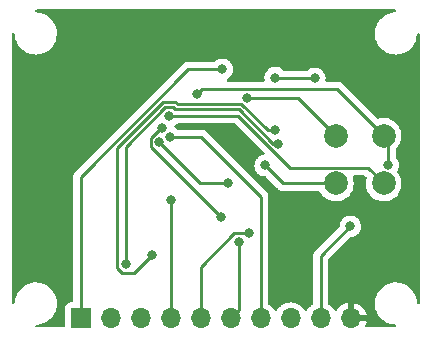
<source format=gbl>
G04 #@! TF.GenerationSoftware,KiCad,Pcbnew,(5.99.0-6951-g72beaf1538)*
G04 #@! TF.CreationDate,2020-12-10T21:20:36+11:00*
G04 #@! TF.ProjectId,MCP39F511_Breakout,4d435033-3946-4353-9131-5f427265616b,rev?*
G04 #@! TF.SameCoordinates,Original*
G04 #@! TF.FileFunction,Copper,L2,Bot*
G04 #@! TF.FilePolarity,Positive*
%FSLAX46Y46*%
G04 Gerber Fmt 4.6, Leading zero omitted, Abs format (unit mm)*
G04 Created by KiCad (PCBNEW (5.99.0-6951-g72beaf1538)) date 2020-12-10 21:20:36*
%MOMM*%
%LPD*%
G01*
G04 APERTURE LIST*
G04 #@! TA.AperFunction,ComponentPad*
%ADD10R,1.700000X1.700000*%
G04 #@! TD*
G04 #@! TA.AperFunction,ComponentPad*
%ADD11O,1.700000X1.700000*%
G04 #@! TD*
G04 #@! TA.AperFunction,SMDPad,CuDef*
%ADD12C,2.000000*%
G04 #@! TD*
G04 #@! TA.AperFunction,ViaPad*
%ADD13C,0.800000*%
G04 #@! TD*
G04 #@! TA.AperFunction,Conductor*
%ADD14C,0.250000*%
G04 #@! TD*
G04 APERTURE END LIST*
D10*
X116840000Y-116840000D03*
D11*
X119380000Y-116840000D03*
X121920000Y-116840000D03*
X124460000Y-116840000D03*
X127000000Y-116840000D03*
X129540000Y-116840000D03*
X132080000Y-116840000D03*
X134620000Y-116840000D03*
X137160000Y-116840000D03*
X139700000Y-116840000D03*
D12*
X138430000Y-101360000D03*
X142480000Y-105410000D03*
X138430000Y-105410000D03*
X142480000Y-101360000D03*
D13*
X136652000Y-96520000D03*
X133305700Y-96437300D03*
X142881434Y-103861176D03*
X131053001Y-109599320D03*
X122883000Y-111478800D03*
X133325507Y-100909234D03*
X120661900Y-112242500D03*
X133533960Y-102028640D03*
X123759608Y-100693461D03*
X128729800Y-108278500D03*
X126668635Y-97831129D03*
X124333000Y-99695000D03*
X132461000Y-103886000D03*
X130921819Y-98143935D03*
X123471895Y-101888948D03*
X129322990Y-105348649D03*
X144780000Y-100330000D03*
X123190000Y-91440000D03*
X111760000Y-100330000D03*
X128270000Y-91440000D03*
X111760000Y-107950000D03*
X111760000Y-113030000D03*
X111760000Y-95250000D03*
X111760000Y-110490000D03*
X120650000Y-91440000D03*
X144780000Y-105410000D03*
X115570000Y-91440000D03*
X144780000Y-107950000D03*
X144780000Y-113030000D03*
X144780000Y-102870000D03*
X125730000Y-91440000D03*
X144780000Y-110490000D03*
X111760000Y-102870000D03*
X140970000Y-91440000D03*
X130810000Y-91440000D03*
X138430000Y-91440000D03*
X111760000Y-97790000D03*
X133350000Y-91440000D03*
X118110000Y-91440000D03*
X144780000Y-95250000D03*
X135890000Y-91440000D03*
X111760000Y-105410000D03*
X144780000Y-97790000D03*
X139660200Y-109030800D03*
X124382548Y-101475746D03*
X130276118Y-110324330D03*
X124460000Y-106781500D03*
X128821800Y-95750500D03*
D14*
X133388400Y-96520000D02*
X133305700Y-96437300D01*
X136652000Y-96520000D02*
X133388400Y-96520000D01*
X142881434Y-103861176D02*
X142881434Y-101733434D01*
X142881434Y-101733434D02*
X142494000Y-101346000D01*
X129852323Y-109599320D02*
X131053001Y-109599320D01*
X127000000Y-116840000D02*
X127000000Y-112451643D01*
X127000000Y-112451643D02*
X129852323Y-109599320D01*
X120358100Y-113012100D02*
X119927900Y-112581900D01*
X132662056Y-100909234D02*
X133325507Y-100909234D01*
X119927900Y-102390687D02*
X123798599Y-98519988D01*
X123798599Y-98519988D02*
X124867401Y-98519988D01*
X124867401Y-98519988D02*
X125015391Y-98667978D01*
X122883000Y-111478800D02*
X121349700Y-113012100D01*
X119927900Y-112581900D02*
X119927900Y-102390687D01*
X125015391Y-98667978D02*
X130420800Y-98667978D01*
X130420800Y-98667978D02*
X132662056Y-100909234D01*
X121349700Y-113012100D02*
X120358100Y-113012100D01*
X124681001Y-98969999D02*
X124828991Y-99117989D01*
X120661900Y-112242500D02*
X120661900Y-102293098D01*
X124828991Y-99117989D02*
X130234400Y-99117989D01*
X133145050Y-102028640D02*
X133533960Y-102028640D01*
X123984999Y-98969999D02*
X124681001Y-98969999D01*
X130234400Y-99117989D02*
X133145050Y-102028640D01*
X120661900Y-102293098D02*
X123984999Y-98969999D01*
X122746893Y-102295593D02*
X122746893Y-101557751D01*
X123611183Y-100693461D02*
X123759608Y-100693461D01*
X122746893Y-101557751D02*
X123611183Y-100693461D01*
X128729800Y-108278500D02*
X122746893Y-102295593D01*
X127080830Y-97418934D02*
X126668635Y-97831129D01*
X138538934Y-97418934D02*
X127080830Y-97418934D01*
X142480000Y-101360000D02*
X138538934Y-97418934D01*
X141154999Y-104084999D02*
X134564999Y-104084999D01*
X134564999Y-104084999D02*
X130175000Y-99695000D01*
X130175000Y-99695000D02*
X124333000Y-99695000D01*
X142480000Y-105410000D02*
X141154999Y-104084999D01*
X138430000Y-105410000D02*
X133985000Y-105410000D01*
X133985000Y-105410000D02*
X132461000Y-103886000D01*
X138430000Y-101360000D02*
X135213935Y-98143935D01*
X135213935Y-98143935D02*
X130921819Y-98143935D01*
X123471895Y-101888948D02*
X126931596Y-105348649D01*
X126931596Y-105348649D02*
X129322990Y-105348649D01*
X137160000Y-111531000D02*
X139660200Y-109030800D01*
X137160000Y-116840000D02*
X137160000Y-111531000D01*
X127030026Y-101475746D02*
X124382548Y-101475746D01*
X132080000Y-116840000D02*
X132080000Y-106525720D01*
X132080000Y-106525720D02*
X127030026Y-101475746D01*
X130276118Y-116103882D02*
X130276118Y-110324330D01*
X129540000Y-116840000D02*
X130276118Y-116103882D01*
X124460000Y-116840000D02*
X124460000Y-106781500D01*
X125931676Y-95750500D02*
X116840000Y-104842176D01*
X128821800Y-95750500D02*
X125931676Y-95750500D01*
X116840000Y-104842176D02*
X116840000Y-116840000D01*
G04 #@! TA.AperFunction,Conductor*
G36*
X143449160Y-90679782D02*
G01*
X143453413Y-90680505D01*
X143517218Y-90711641D01*
X143554061Y-90772329D01*
X143552244Y-90843303D01*
X143512345Y-90902027D01*
X143447031Y-90929858D01*
X143430647Y-90930712D01*
X143405828Y-90930387D01*
X143405825Y-90930387D01*
X143401150Y-90930326D01*
X143139293Y-90965963D01*
X143134807Y-90967271D01*
X143134805Y-90967271D01*
X143099069Y-90977687D01*
X142885580Y-91039913D01*
X142645584Y-91150553D01*
X142641675Y-91153116D01*
X142428491Y-91292885D01*
X142428486Y-91292889D01*
X142424578Y-91295451D01*
X142421086Y-91298568D01*
X142241399Y-91458945D01*
X142227417Y-91471424D01*
X142196090Y-91509091D01*
X142070126Y-91660547D01*
X142058432Y-91674607D01*
X141921335Y-91900535D01*
X141919526Y-91904849D01*
X141919524Y-91904853D01*
X141898445Y-91955122D01*
X141819139Y-92144246D01*
X141754088Y-92400385D01*
X141727611Y-92663327D01*
X141727835Y-92667993D01*
X141727835Y-92667998D01*
X141732046Y-92755649D01*
X141733832Y-92792836D01*
X141740290Y-92927293D01*
X141791847Y-93186486D01*
X141881148Y-93435211D01*
X142006233Y-93668005D01*
X142009028Y-93671748D01*
X142009030Y-93671751D01*
X142161561Y-93876015D01*
X142161566Y-93876021D01*
X142164353Y-93879753D01*
X142167662Y-93883033D01*
X142167667Y-93883039D01*
X142348717Y-94062516D01*
X142352034Y-94065804D01*
X142355796Y-94068562D01*
X142355799Y-94068565D01*
X142466111Y-94149449D01*
X142565154Y-94222070D01*
X142569297Y-94224250D01*
X142569299Y-94224251D01*
X142794880Y-94342935D01*
X142794885Y-94342937D01*
X142799030Y-94345118D01*
X142803453Y-94346663D01*
X142803454Y-94346663D01*
X142944333Y-94395860D01*
X143048526Y-94432246D01*
X143053119Y-94433118D01*
X143303570Y-94480668D01*
X143303573Y-94480668D01*
X143308159Y-94481539D01*
X143433654Y-94486470D01*
X143567558Y-94491731D01*
X143567563Y-94491731D01*
X143572226Y-94491914D01*
X143674914Y-94480668D01*
X143830273Y-94463654D01*
X143830279Y-94463653D01*
X143834926Y-94463144D01*
X143839450Y-94461953D01*
X144085965Y-94397051D01*
X144085967Y-94397050D01*
X144090488Y-94395860D01*
X144204997Y-94346663D01*
X144329004Y-94293385D01*
X144329006Y-94293384D01*
X144333298Y-94291540D01*
X144558021Y-94152477D01*
X144759721Y-93981726D01*
X144933967Y-93783036D01*
X145076931Y-93560774D01*
X145185472Y-93319822D01*
X145224368Y-93181909D01*
X145255936Y-93069977D01*
X145255937Y-93069974D01*
X145257206Y-93065473D01*
X145259367Y-93048486D01*
X145290158Y-92806446D01*
X145290158Y-92806440D01*
X145290556Y-92803315D01*
X145290559Y-92803203D01*
X145315506Y-92737313D01*
X145372552Y-92695048D01*
X145443392Y-92690333D01*
X145505535Y-92724666D01*
X145539251Y-92787146D01*
X145542000Y-92813320D01*
X145542001Y-115488037D01*
X145540219Y-115509151D01*
X145538310Y-115520382D01*
X145507176Y-115584188D01*
X145446488Y-115621032D01*
X145375515Y-115619217D01*
X145316789Y-115579319D01*
X145288439Y-115508606D01*
X145273763Y-115311122D01*
X145273761Y-115311105D01*
X145273415Y-115306456D01*
X145215091Y-115048701D01*
X145213398Y-115044347D01*
X145121003Y-114806752D01*
X145121002Y-114806749D01*
X145119310Y-114802399D01*
X144988174Y-114572959D01*
X144824565Y-114365423D01*
X144632078Y-114184349D01*
X144414941Y-114033715D01*
X144410748Y-114031647D01*
X144182112Y-113918896D01*
X144182109Y-113918895D01*
X144177924Y-113916831D01*
X144131199Y-113901874D01*
X143930678Y-113837687D01*
X143930680Y-113837687D01*
X143926233Y-113836264D01*
X143783236Y-113812976D01*
X143670011Y-113794536D01*
X143670010Y-113794536D01*
X143665399Y-113793785D01*
X143533275Y-113792056D01*
X143405827Y-113790387D01*
X143405824Y-113790387D01*
X143401150Y-113790326D01*
X143139293Y-113825963D01*
X143134807Y-113827271D01*
X143134805Y-113827271D01*
X143099069Y-113837687D01*
X142885580Y-113899913D01*
X142645584Y-114010553D01*
X142641675Y-114013116D01*
X142428491Y-114152885D01*
X142428486Y-114152889D01*
X142424578Y-114155451D01*
X142227417Y-114331424D01*
X142058432Y-114534607D01*
X141921335Y-114760535D01*
X141919526Y-114764849D01*
X141919524Y-114764853D01*
X141898445Y-114815122D01*
X141819139Y-115004246D01*
X141754088Y-115260385D01*
X141727611Y-115523327D01*
X141727835Y-115527993D01*
X141727835Y-115527998D01*
X141731793Y-115610398D01*
X141733832Y-115652836D01*
X141740290Y-115787293D01*
X141791847Y-116046486D01*
X141881148Y-116295211D01*
X142006233Y-116528005D01*
X142009028Y-116531748D01*
X142009030Y-116531751D01*
X142161561Y-116736015D01*
X142161566Y-116736021D01*
X142164353Y-116739753D01*
X142167662Y-116743033D01*
X142167667Y-116743039D01*
X142348717Y-116922516D01*
X142352034Y-116925804D01*
X142355796Y-116928562D01*
X142355799Y-116928565D01*
X142459239Y-117004410D01*
X142565154Y-117082070D01*
X142569297Y-117084250D01*
X142569299Y-117084251D01*
X142794880Y-117202935D01*
X142794885Y-117202937D01*
X142799030Y-117205118D01*
X142803453Y-117206663D01*
X142803454Y-117206663D01*
X142944333Y-117255860D01*
X143048526Y-117292246D01*
X143053119Y-117293118D01*
X143303570Y-117340668D01*
X143303573Y-117340668D01*
X143308159Y-117341539D01*
X143452916Y-117347226D01*
X143520198Y-117369887D01*
X143564549Y-117425326D01*
X143571886Y-117495943D01*
X143539881Y-117559316D01*
X143478694Y-117595325D01*
X143467569Y-117597595D01*
X143449337Y-117600466D01*
X143429737Y-117602000D01*
X141040938Y-117602000D01*
X140972817Y-117581998D01*
X140926324Y-117528342D01*
X140916220Y-117458068D01*
X140927071Y-117422054D01*
X140974399Y-117322156D01*
X140978123Y-117312197D01*
X141035968Y-117105718D01*
X141034430Y-117097351D01*
X141022137Y-117094000D01*
X139954002Y-117093999D01*
X139953996Y-117094000D01*
X139572000Y-117093999D01*
X139503879Y-117073997D01*
X139457386Y-117020341D01*
X139446000Y-116967999D01*
X139446000Y-116567885D01*
X139953999Y-116567885D01*
X139958474Y-116583124D01*
X139959864Y-116584329D01*
X139967547Y-116586000D01*
X141019079Y-116586001D01*
X141032610Y-116582028D01*
X141033876Y-116573219D01*
X140986954Y-116392433D01*
X140983419Y-116382395D01*
X140893147Y-116181998D01*
X140887967Y-116172692D01*
X140765218Y-115990366D01*
X140758557Y-115982080D01*
X140606830Y-115823030D01*
X140598873Y-115815990D01*
X140422523Y-115684782D01*
X140413486Y-115679178D01*
X140217550Y-115579559D01*
X140207699Y-115575559D01*
X139997778Y-115510378D01*
X139987396Y-115508095D01*
X139971959Y-115506049D01*
X139957792Y-115508246D01*
X139954000Y-115521430D01*
X139953999Y-116567885D01*
X139446000Y-116567885D01*
X139446001Y-115523716D01*
X139442028Y-115510185D01*
X139431421Y-115508660D01*
X139313555Y-115533391D01*
X139303358Y-115536451D01*
X139098932Y-115617182D01*
X139089396Y-115621916D01*
X138901486Y-115735942D01*
X138892896Y-115742206D01*
X138726884Y-115886264D01*
X138719464Y-115893895D01*
X138580100Y-116063860D01*
X138574079Y-116072622D01*
X138540427Y-116131739D01*
X138489344Y-116181045D01*
X138419714Y-116194906D01*
X138353643Y-116168922D01*
X138326405Y-116139773D01*
X138260519Y-116041909D01*
X138222627Y-115985626D01*
X138160820Y-115920835D01*
X138117845Y-115875786D01*
X138063482Y-115818799D01*
X137878504Y-115681171D01*
X137873747Y-115678752D01*
X137873743Y-115678750D01*
X137862394Y-115672980D01*
X137810737Y-115624276D01*
X137793500Y-115560664D01*
X137793500Y-111845594D01*
X137813502Y-111777473D01*
X137830405Y-111756499D01*
X139610704Y-109976201D01*
X139673016Y-109942175D01*
X139699799Y-109939296D01*
X139755687Y-109939296D01*
X139762139Y-109937924D01*
X139762144Y-109937924D01*
X139849087Y-109919443D01*
X139942487Y-109899590D01*
X139948518Y-109896905D01*
X140110920Y-109824599D01*
X140110922Y-109824598D01*
X140116950Y-109821914D01*
X140122292Y-109818033D01*
X140266107Y-109713546D01*
X140266109Y-109713544D01*
X140271451Y-109709663D01*
X140399237Y-109567742D01*
X140494724Y-109402354D01*
X140553738Y-109220727D01*
X140557428Y-109185624D01*
X140573010Y-109037365D01*
X140573700Y-109030800D01*
X140568349Y-108979888D01*
X140554428Y-108847437D01*
X140554428Y-108847436D01*
X140553738Y-108840873D01*
X140545886Y-108816705D01*
X140518758Y-108733215D01*
X140494724Y-108659246D01*
X140399237Y-108493858D01*
X140381993Y-108474706D01*
X140275873Y-108356848D01*
X140275872Y-108356847D01*
X140271451Y-108351937D01*
X140266109Y-108348056D01*
X140266107Y-108348054D01*
X140122292Y-108243567D01*
X140122291Y-108243566D01*
X140116950Y-108239686D01*
X140110922Y-108237002D01*
X140110920Y-108237001D01*
X139948518Y-108164695D01*
X139948517Y-108164695D01*
X139942487Y-108162010D01*
X139849087Y-108142157D01*
X139762144Y-108123676D01*
X139762139Y-108123676D01*
X139755687Y-108122304D01*
X139564713Y-108122304D01*
X139558261Y-108123676D01*
X139558256Y-108123676D01*
X139471313Y-108142157D01*
X139377913Y-108162010D01*
X139371883Y-108164695D01*
X139371882Y-108164695D01*
X139209480Y-108237001D01*
X139209478Y-108237002D01*
X139203450Y-108239686D01*
X139198109Y-108243566D01*
X139198108Y-108243567D01*
X139054293Y-108348054D01*
X139054291Y-108348056D01*
X139048949Y-108351937D01*
X139044528Y-108356847D01*
X139044527Y-108356848D01*
X138938408Y-108474706D01*
X138921163Y-108493858D01*
X138825676Y-108659246D01*
X138801642Y-108733215D01*
X138774515Y-108816705D01*
X138766662Y-108840873D01*
X138765972Y-108847436D01*
X138765972Y-108847437D01*
X138749297Y-109006090D01*
X138722284Y-109071746D01*
X138713082Y-109082014D01*
X136767478Y-111027618D01*
X136759400Y-111034969D01*
X136753006Y-111039027D01*
X136747579Y-111044806D01*
X136747578Y-111044807D01*
X136707148Y-111087861D01*
X136704393Y-111090703D01*
X136684062Y-111111034D01*
X136681628Y-111114171D01*
X136681626Y-111114174D01*
X136681403Y-111114461D01*
X136673707Y-111123471D01*
X136650251Y-111148450D01*
X136643444Y-111155699D01*
X136639628Y-111162640D01*
X136639626Y-111162643D01*
X136633688Y-111173445D01*
X136622834Y-111189968D01*
X136615278Y-111199710D01*
X136610417Y-111205977D01*
X136607269Y-111213252D01*
X136592859Y-111246551D01*
X136587637Y-111257211D01*
X136570231Y-111288873D01*
X136566339Y-111295952D01*
X136561301Y-111315572D01*
X136554902Y-111334264D01*
X136546853Y-111352865D01*
X136545613Y-111360692D01*
X136545613Y-111360693D01*
X136539937Y-111396531D01*
X136537530Y-111408154D01*
X136526536Y-111450975D01*
X136526501Y-111451531D01*
X136526501Y-111471447D01*
X136524950Y-111491157D01*
X136521816Y-111510945D01*
X136522562Y-111518837D01*
X136525942Y-111554593D01*
X136526501Y-111566451D01*
X136526500Y-115564302D01*
X136506498Y-115632423D01*
X136465867Y-115672020D01*
X136356631Y-115738306D01*
X136352601Y-115741803D01*
X136226406Y-115851309D01*
X136182492Y-115889415D01*
X136179109Y-115893541D01*
X136179105Y-115893545D01*
X136144545Y-115935695D01*
X136036304Y-116067705D01*
X136033667Y-116072338D01*
X136033666Y-116072339D01*
X136000116Y-116131278D01*
X135949033Y-116180584D01*
X135879402Y-116194445D01*
X135813332Y-116168461D01*
X135786094Y-116139312D01*
X135780686Y-116131278D01*
X135685818Y-115990366D01*
X135685607Y-115990052D01*
X135685605Y-115990050D01*
X135682627Y-115985626D01*
X135620820Y-115920835D01*
X135577845Y-115875786D01*
X135523482Y-115818799D01*
X135338504Y-115681171D01*
X135333753Y-115678755D01*
X135333749Y-115678753D01*
X135137740Y-115579097D01*
X135137739Y-115579097D01*
X135132982Y-115576678D01*
X135011514Y-115538961D01*
X134917895Y-115509891D01*
X134917889Y-115509890D01*
X134912792Y-115508307D01*
X134807798Y-115494391D01*
X134689515Y-115478714D01*
X134689510Y-115478714D01*
X134684230Y-115478014D01*
X134678900Y-115478214D01*
X134678899Y-115478214D01*
X134585320Y-115481727D01*
X134453831Y-115486663D01*
X134389272Y-115500209D01*
X134233411Y-115532912D01*
X134233408Y-115532913D01*
X134228184Y-115534009D01*
X134013740Y-115618697D01*
X133816631Y-115738306D01*
X133812601Y-115741803D01*
X133686406Y-115851309D01*
X133642492Y-115889415D01*
X133639109Y-115893541D01*
X133639105Y-115893545D01*
X133604545Y-115935695D01*
X133496304Y-116067705D01*
X133493667Y-116072338D01*
X133493666Y-116072339D01*
X133460116Y-116131278D01*
X133409033Y-116180584D01*
X133339402Y-116194445D01*
X133273332Y-116168461D01*
X133246094Y-116139312D01*
X133240686Y-116131278D01*
X133145818Y-115990366D01*
X133145607Y-115990052D01*
X133145605Y-115990050D01*
X133142627Y-115985626D01*
X133080820Y-115920835D01*
X133037845Y-115875786D01*
X132983482Y-115818799D01*
X132798504Y-115681171D01*
X132793747Y-115678752D01*
X132793743Y-115678750D01*
X132782394Y-115672980D01*
X132730737Y-115624276D01*
X132713500Y-115560664D01*
X132713500Y-106604103D01*
X132714014Y-106593199D01*
X132715666Y-106585808D01*
X132713562Y-106518854D01*
X132713500Y-106514896D01*
X132713500Y-106486142D01*
X132712961Y-106481875D01*
X132712027Y-106470025D01*
X132710888Y-106433760D01*
X132710639Y-106425837D01*
X132704988Y-106406386D01*
X132700978Y-106387024D01*
X132699433Y-106374793D01*
X132698440Y-106366932D01*
X132682166Y-106325828D01*
X132678321Y-106314598D01*
X132668198Y-106279754D01*
X132668197Y-106279752D01*
X132665986Y-106272141D01*
X132655677Y-106254709D01*
X132646980Y-106236956D01*
X132642442Y-106225495D01*
X132639522Y-106218120D01*
X132613531Y-106182346D01*
X132607016Y-106172427D01*
X132587529Y-106139478D01*
X132587527Y-106139475D01*
X132584513Y-106134379D01*
X132584145Y-106133961D01*
X132570062Y-106119878D01*
X132557228Y-106104853D01*
X132545446Y-106088637D01*
X132511664Y-106060690D01*
X132502885Y-106052701D01*
X127533417Y-101083233D01*
X127526057Y-101075145D01*
X127521999Y-101068751D01*
X127473147Y-101022876D01*
X127470306Y-101020122D01*
X127449992Y-100999808D01*
X127446581Y-100997163D01*
X127437559Y-100989457D01*
X127436647Y-100988600D01*
X127405327Y-100959189D01*
X127398383Y-100955372D01*
X127398381Y-100955370D01*
X127387573Y-100949428D01*
X127371049Y-100938574D01*
X127361312Y-100931021D01*
X127361311Y-100931021D01*
X127355049Y-100926163D01*
X127347776Y-100923016D01*
X127347773Y-100923014D01*
X127315928Y-100909234D01*
X127314484Y-100908609D01*
X127303826Y-100903388D01*
X127272020Y-100885902D01*
X127272016Y-100885900D01*
X127265074Y-100882084D01*
X127257399Y-100880114D01*
X127257398Y-100880113D01*
X127245452Y-100877046D01*
X127226745Y-100870641D01*
X127215436Y-100865747D01*
X127215434Y-100865747D01*
X127208161Y-100862599D01*
X127200333Y-100861359D01*
X127200332Y-100861359D01*
X127164499Y-100855684D01*
X127152874Y-100853276D01*
X127115808Y-100843759D01*
X127115806Y-100843759D01*
X127110051Y-100842281D01*
X127109495Y-100842246D01*
X127089572Y-100842246D01*
X127069863Y-100840695D01*
X127050081Y-100837562D01*
X127028998Y-100839555D01*
X127006444Y-100841687D01*
X126994586Y-100842246D01*
X125090742Y-100842246D01*
X125022621Y-100822244D01*
X125003397Y-100805904D01*
X125003123Y-100806208D01*
X124998220Y-100801793D01*
X124993799Y-100796883D01*
X124988457Y-100793002D01*
X124988455Y-100793000D01*
X124844640Y-100688513D01*
X124844639Y-100688512D01*
X124839298Y-100684632D01*
X124833268Y-100681947D01*
X124827545Y-100678643D01*
X124828974Y-100676169D01*
X124784430Y-100638302D01*
X124763785Y-100570374D01*
X124783142Y-100502067D01*
X124815718Y-100467247D01*
X124938907Y-100377746D01*
X124938909Y-100377744D01*
X124944251Y-100373863D01*
X124948672Y-100368953D01*
X124953575Y-100364538D01*
X124954701Y-100365789D01*
X125008000Y-100332951D01*
X125041194Y-100328500D01*
X129860406Y-100328500D01*
X129928527Y-100348502D01*
X129949501Y-100365405D01*
X132363133Y-102779037D01*
X132397159Y-102841349D01*
X132392094Y-102912164D01*
X132349547Y-102969000D01*
X132300236Y-102991378D01*
X132185177Y-103015835D01*
X132185168Y-103015838D01*
X132178713Y-103017210D01*
X132172683Y-103019895D01*
X132172682Y-103019895D01*
X132010280Y-103092201D01*
X132010278Y-103092202D01*
X132004250Y-103094886D01*
X131998909Y-103098766D01*
X131998908Y-103098767D01*
X131855093Y-103203254D01*
X131855091Y-103203256D01*
X131849749Y-103207137D01*
X131845328Y-103212047D01*
X131845327Y-103212048D01*
X131744315Y-103324234D01*
X131721963Y-103349058D01*
X131718662Y-103354776D01*
X131637180Y-103495907D01*
X131626476Y-103514446D01*
X131567462Y-103696073D01*
X131566772Y-103702636D01*
X131566772Y-103702637D01*
X131556345Y-103801841D01*
X131547500Y-103886000D01*
X131567462Y-104075927D01*
X131626476Y-104257554D01*
X131721963Y-104422942D01*
X131726381Y-104427849D01*
X131726382Y-104427850D01*
X131794388Y-104503378D01*
X131849749Y-104564863D01*
X131855091Y-104568744D01*
X131855093Y-104568746D01*
X131986256Y-104664041D01*
X132004250Y-104677114D01*
X132010278Y-104679798D01*
X132010280Y-104679799D01*
X132142127Y-104738501D01*
X132178713Y-104754790D01*
X132272113Y-104774643D01*
X132359056Y-104793124D01*
X132359061Y-104793124D01*
X132365513Y-104794496D01*
X132421402Y-104794496D01*
X132489523Y-104814498D01*
X132510497Y-104831401D01*
X133481609Y-105802513D01*
X133488969Y-105810601D01*
X133493027Y-105816995D01*
X133498804Y-105822420D01*
X133541878Y-105862869D01*
X133544720Y-105865624D01*
X133565033Y-105885937D01*
X133568444Y-105888582D01*
X133577464Y-105896286D01*
X133609699Y-105926557D01*
X133616644Y-105930375D01*
X133616647Y-105930377D01*
X133627452Y-105936317D01*
X133643979Y-105947173D01*
X133659976Y-105959582D01*
X133700555Y-105977143D01*
X133711187Y-105982351D01*
X133749952Y-106003662D01*
X133757629Y-106005633D01*
X133757634Y-106005635D01*
X133769566Y-106008698D01*
X133788274Y-106015103D01*
X133792613Y-106016980D01*
X133799592Y-106020001D01*
X133799596Y-106020002D01*
X133806863Y-106023147D01*
X133814685Y-106024386D01*
X133814689Y-106024387D01*
X133850531Y-106030063D01*
X133862156Y-106032471D01*
X133899218Y-106041987D01*
X133899220Y-106041987D01*
X133904975Y-106043465D01*
X133905531Y-106043500D01*
X133925452Y-106043500D01*
X133945161Y-106045051D01*
X133964943Y-106048184D01*
X133972834Y-106047438D01*
X134008579Y-106044059D01*
X134020437Y-106043500D01*
X136982402Y-106043500D01*
X137050523Y-106063502D01*
X137094669Y-106112298D01*
X137138611Y-106198540D01*
X137138614Y-106198545D01*
X137140911Y-106203053D01*
X137143897Y-106207133D01*
X137143899Y-106207136D01*
X137260853Y-106366932D01*
X137284288Y-106398952D01*
X137457141Y-106569408D01*
X137461266Y-106572340D01*
X137461269Y-106572342D01*
X137650898Y-106707105D01*
X137650902Y-106707108D01*
X137655023Y-106710036D01*
X137659561Y-106712269D01*
X137659566Y-106712272D01*
X137817602Y-106790035D01*
X137872843Y-106817217D01*
X137877678Y-106818695D01*
X137877680Y-106818696D01*
X137948397Y-106840316D01*
X138104998Y-106888193D01*
X138110017Y-106888880D01*
X138110019Y-106888881D01*
X138285240Y-106912883D01*
X138345514Y-106921140D01*
X138414858Y-106919445D01*
X138583143Y-106915333D01*
X138583147Y-106915333D01*
X138588204Y-106915209D01*
X138826823Y-106870552D01*
X139055234Y-106788320D01*
X139267558Y-106670626D01*
X139271536Y-106667496D01*
X139271540Y-106667493D01*
X139454358Y-106523629D01*
X139454359Y-106523628D01*
X139458334Y-106520500D01*
X139461756Y-106516779D01*
X139619231Y-106345527D01*
X139619234Y-106345523D01*
X139622654Y-106341804D01*
X139756290Y-106139134D01*
X139771700Y-106104845D01*
X139853730Y-105922322D01*
X139853732Y-105922316D01*
X139855804Y-105917706D01*
X139863667Y-105888361D01*
X139917327Y-105688098D01*
X139917327Y-105688097D01*
X139918635Y-105683216D01*
X139943168Y-105441696D01*
X139943500Y-105410000D01*
X139924031Y-105168020D01*
X139892243Y-105038600D01*
X139867331Y-104937179D01*
X139866124Y-104932265D01*
X139864148Y-104927609D01*
X139864146Y-104927603D01*
X139849768Y-104893732D01*
X139841562Y-104823211D01*
X139872786Y-104759449D01*
X139933525Y-104722690D01*
X139965751Y-104718499D01*
X140840405Y-104718499D01*
X140908526Y-104738501D01*
X140929500Y-104755404D01*
X141007978Y-104833882D01*
X141042004Y-104896194D01*
X141038018Y-104963997D01*
X141014049Y-105033608D01*
X140972729Y-105272828D01*
X140970187Y-105515576D01*
X140970944Y-105520579D01*
X140970944Y-105520584D01*
X141005731Y-105750604D01*
X141006488Y-105755609D01*
X141008034Y-105760425D01*
X141008035Y-105760428D01*
X141078372Y-105979498D01*
X141080700Y-105986750D01*
X141190911Y-106203053D01*
X141202444Y-106218811D01*
X141310853Y-106366932D01*
X141334288Y-106398952D01*
X141507141Y-106569408D01*
X141511266Y-106572340D01*
X141511269Y-106572342D01*
X141700898Y-106707105D01*
X141700902Y-106707108D01*
X141705023Y-106710036D01*
X141709561Y-106712269D01*
X141709566Y-106712272D01*
X141867602Y-106790035D01*
X141922843Y-106817217D01*
X141927678Y-106818695D01*
X141927680Y-106818696D01*
X141998397Y-106840316D01*
X142154998Y-106888193D01*
X142160017Y-106888880D01*
X142160019Y-106888881D01*
X142335240Y-106912883D01*
X142395514Y-106921140D01*
X142464858Y-106919445D01*
X142633143Y-106915333D01*
X142633147Y-106915333D01*
X142638204Y-106915209D01*
X142876823Y-106870552D01*
X143105234Y-106788320D01*
X143317558Y-106670626D01*
X143321536Y-106667496D01*
X143321540Y-106667493D01*
X143504358Y-106523629D01*
X143504359Y-106523628D01*
X143508334Y-106520500D01*
X143511756Y-106516779D01*
X143669231Y-106345527D01*
X143669234Y-106345523D01*
X143672654Y-106341804D01*
X143806290Y-106139134D01*
X143821700Y-106104845D01*
X143903730Y-105922322D01*
X143903732Y-105922316D01*
X143905804Y-105917706D01*
X143913667Y-105888361D01*
X143967327Y-105688098D01*
X143967327Y-105688097D01*
X143968635Y-105683216D01*
X143993168Y-105441696D01*
X143993500Y-105410000D01*
X143974031Y-105168020D01*
X143942243Y-105038600D01*
X143917331Y-104937179D01*
X143916124Y-104932265D01*
X143892928Y-104877617D01*
X143823245Y-104713456D01*
X143823245Y-104713455D01*
X143821269Y-104708801D01*
X143691907Y-104503378D01*
X143671892Y-104480676D01*
X143641847Y-104416352D01*
X143651347Y-104345994D01*
X143657287Y-104334351D01*
X143712654Y-104238453D01*
X143712655Y-104238452D01*
X143715958Y-104232730D01*
X143774972Y-104051103D01*
X143794934Y-103861176D01*
X143774972Y-103671249D01*
X143753909Y-103606422D01*
X143725134Y-103517864D01*
X143715958Y-103489622D01*
X143705699Y-103471852D01*
X143634803Y-103349058D01*
X143620471Y-103324234D01*
X143547298Y-103242967D01*
X143516580Y-103178960D01*
X143514934Y-103158657D01*
X143514934Y-102512448D01*
X143534936Y-102444327D01*
X143548186Y-102427162D01*
X143669224Y-102295534D01*
X143672654Y-102291804D01*
X143806290Y-102089134D01*
X143836428Y-102022075D01*
X143903730Y-101872322D01*
X143903732Y-101872316D01*
X143905804Y-101867706D01*
X143947946Y-101710428D01*
X143967327Y-101638098D01*
X143967327Y-101638097D01*
X143968635Y-101633216D01*
X143993168Y-101391696D01*
X143993500Y-101360000D01*
X143993271Y-101357152D01*
X143974437Y-101123061D01*
X143974436Y-101123056D01*
X143974031Y-101118020D01*
X143965487Y-101083233D01*
X143917331Y-100887179D01*
X143916124Y-100882265D01*
X143907777Y-100862599D01*
X143823245Y-100663456D01*
X143823245Y-100663455D01*
X143821269Y-100658801D01*
X143691907Y-100453378D01*
X143531365Y-100271279D01*
X143343775Y-100117191D01*
X143133962Y-99995076D01*
X143129235Y-99993262D01*
X143129232Y-99993260D01*
X142912048Y-99909891D01*
X142912044Y-99909890D01*
X142907324Y-99908078D01*
X142902374Y-99907044D01*
X142902371Y-99907043D01*
X142674643Y-99859468D01*
X142674639Y-99859468D01*
X142669692Y-99858434D01*
X142427180Y-99847422D01*
X142422160Y-99848003D01*
X142422156Y-99848003D01*
X142191056Y-99874742D01*
X142186026Y-99875324D01*
X142181155Y-99876702D01*
X142181152Y-99876703D01*
X142119906Y-99894034D01*
X142027380Y-99920217D01*
X141956388Y-99919519D01*
X141903978Y-99888073D01*
X139042325Y-97026421D01*
X139034965Y-97018333D01*
X139030907Y-97011939D01*
X138982055Y-96966064D01*
X138979214Y-96963310D01*
X138958900Y-96942996D01*
X138955489Y-96940351D01*
X138946467Y-96932645D01*
X138937267Y-96924005D01*
X138914235Y-96902377D01*
X138907291Y-96898560D01*
X138907289Y-96898558D01*
X138896481Y-96892616D01*
X138879957Y-96881762D01*
X138870220Y-96874209D01*
X138870219Y-96874209D01*
X138863957Y-96869351D01*
X138856684Y-96866204D01*
X138856681Y-96866202D01*
X138834251Y-96856496D01*
X138823392Y-96851797D01*
X138812734Y-96846576D01*
X138780928Y-96829090D01*
X138780924Y-96829088D01*
X138773982Y-96825272D01*
X138766307Y-96823302D01*
X138766306Y-96823301D01*
X138754360Y-96820234D01*
X138735653Y-96813829D01*
X138724344Y-96808935D01*
X138724342Y-96808935D01*
X138717069Y-96805787D01*
X138709241Y-96804547D01*
X138709240Y-96804547D01*
X138673407Y-96798872D01*
X138661782Y-96796464D01*
X138624716Y-96786947D01*
X138624714Y-96786947D01*
X138618959Y-96785469D01*
X138618403Y-96785434D01*
X138598480Y-96785434D01*
X138578771Y-96783883D01*
X138558989Y-96780750D01*
X138551097Y-96781496D01*
X138515352Y-96784875D01*
X138503494Y-96785434D01*
X137677539Y-96785434D01*
X137609418Y-96765432D01*
X137562925Y-96711776D01*
X137552229Y-96646263D01*
X137552730Y-96641502D01*
X137565500Y-96520000D01*
X137545538Y-96330073D01*
X137486524Y-96148446D01*
X137391037Y-95983058D01*
X137263251Y-95841137D01*
X137257909Y-95837256D01*
X137257907Y-95837254D01*
X137114092Y-95732767D01*
X137114091Y-95732766D01*
X137108750Y-95728886D01*
X137102722Y-95726202D01*
X137102720Y-95726201D01*
X136940318Y-95653895D01*
X136940317Y-95653895D01*
X136934287Y-95651210D01*
X136840887Y-95631357D01*
X136753944Y-95612876D01*
X136753939Y-95612876D01*
X136747487Y-95611504D01*
X136556513Y-95611504D01*
X136550061Y-95612876D01*
X136550056Y-95612876D01*
X136463113Y-95631357D01*
X136369713Y-95651210D01*
X136363683Y-95653895D01*
X136363682Y-95653895D01*
X136201280Y-95726201D01*
X136201278Y-95726202D01*
X136195250Y-95728886D01*
X136189909Y-95732766D01*
X136189908Y-95732767D01*
X136046093Y-95837254D01*
X136046091Y-95837256D01*
X136040749Y-95841137D01*
X136036328Y-95846047D01*
X136031425Y-95850462D01*
X136030299Y-95849211D01*
X135977000Y-95882049D01*
X135943806Y-95886500D01*
X134088357Y-95886500D01*
X134020236Y-95866498D01*
X133994726Y-95844815D01*
X133916951Y-95758437D01*
X133911609Y-95754556D01*
X133911607Y-95754554D01*
X133767792Y-95650067D01*
X133767791Y-95650066D01*
X133762450Y-95646186D01*
X133756422Y-95643502D01*
X133756420Y-95643501D01*
X133594018Y-95571195D01*
X133594017Y-95571195D01*
X133587987Y-95568510D01*
X133494587Y-95548657D01*
X133407644Y-95530176D01*
X133407639Y-95530176D01*
X133401187Y-95528804D01*
X133210213Y-95528804D01*
X133203761Y-95530176D01*
X133203756Y-95530176D01*
X133116813Y-95548657D01*
X133023413Y-95568510D01*
X133017383Y-95571195D01*
X133017382Y-95571195D01*
X132854980Y-95643501D01*
X132854978Y-95643502D01*
X132848950Y-95646186D01*
X132843609Y-95650066D01*
X132843608Y-95650067D01*
X132699793Y-95754554D01*
X132699791Y-95754556D01*
X132694449Y-95758437D01*
X132690028Y-95763347D01*
X132690027Y-95763348D01*
X132597151Y-95866498D01*
X132566663Y-95900358D01*
X132471176Y-96065746D01*
X132412162Y-96247373D01*
X132392200Y-96437300D01*
X132392890Y-96443865D01*
X132411328Y-96619290D01*
X132412162Y-96627227D01*
X132414139Y-96633311D01*
X132408745Y-96704023D01*
X132365931Y-96760658D01*
X132299294Y-96785154D01*
X132290899Y-96785434D01*
X129323706Y-96785434D01*
X129255585Y-96765432D01*
X129209092Y-96711776D01*
X129198988Y-96641502D01*
X129228482Y-96576922D01*
X129267169Y-96548247D01*
X129266797Y-96547603D01*
X129272406Y-96544364D01*
X129272454Y-96544329D01*
X129272513Y-96544303D01*
X129272522Y-96544298D01*
X129278550Y-96541614D01*
X129283892Y-96537733D01*
X129427707Y-96433246D01*
X129427709Y-96433244D01*
X129433051Y-96429363D01*
X129560837Y-96287442D01*
X129656324Y-96122054D01*
X129715338Y-95940427D01*
X129735300Y-95750500D01*
X129732746Y-95726201D01*
X129716028Y-95567137D01*
X129716028Y-95567136D01*
X129715338Y-95560573D01*
X129705462Y-95530176D01*
X129658366Y-95385231D01*
X129656324Y-95378946D01*
X129560837Y-95213558D01*
X129490084Y-95134978D01*
X129437473Y-95076548D01*
X129437472Y-95076547D01*
X129433051Y-95071637D01*
X129427709Y-95067756D01*
X129427707Y-95067754D01*
X129283892Y-94963267D01*
X129283891Y-94963266D01*
X129278550Y-94959386D01*
X129272522Y-94956702D01*
X129272520Y-94956701D01*
X129110118Y-94884395D01*
X129110117Y-94884395D01*
X129104087Y-94881710D01*
X129010687Y-94861857D01*
X128923744Y-94843376D01*
X128923739Y-94843376D01*
X128917287Y-94842004D01*
X128726313Y-94842004D01*
X128719861Y-94843376D01*
X128719856Y-94843376D01*
X128632913Y-94861857D01*
X128539513Y-94881710D01*
X128533483Y-94884395D01*
X128533482Y-94884395D01*
X128371080Y-94956701D01*
X128371078Y-94956702D01*
X128365050Y-94959386D01*
X128359709Y-94963266D01*
X128359708Y-94963267D01*
X128215893Y-95067754D01*
X128215891Y-95067756D01*
X128210549Y-95071637D01*
X128206128Y-95076547D01*
X128201225Y-95080962D01*
X128200099Y-95079711D01*
X128146800Y-95112549D01*
X128113606Y-95117000D01*
X126010059Y-95117000D01*
X125999155Y-95116486D01*
X125991764Y-95114834D01*
X125983838Y-95115083D01*
X125983837Y-95115083D01*
X125924810Y-95116938D01*
X125920852Y-95117000D01*
X125892098Y-95117000D01*
X125887831Y-95117539D01*
X125875989Y-95118472D01*
X125844341Y-95119467D01*
X125839716Y-95119612D01*
X125831793Y-95119861D01*
X125812343Y-95125512D01*
X125792981Y-95129522D01*
X125772888Y-95132060D01*
X125739025Y-95145467D01*
X125731784Y-95148334D01*
X125720554Y-95152179D01*
X125685710Y-95162302D01*
X125685708Y-95162303D01*
X125678097Y-95164514D01*
X125662743Y-95173594D01*
X125660665Y-95174823D01*
X125642912Y-95183520D01*
X125624076Y-95190978D01*
X125617661Y-95195639D01*
X125588302Y-95216969D01*
X125578383Y-95223484D01*
X125545434Y-95242971D01*
X125545431Y-95242973D01*
X125540335Y-95245987D01*
X125539917Y-95246355D01*
X125525834Y-95260438D01*
X125510809Y-95273272D01*
X125494593Y-95285054D01*
X125466647Y-95318835D01*
X125458657Y-95327615D01*
X116447486Y-104338786D01*
X116439399Y-104346145D01*
X116433005Y-104350203D01*
X116427580Y-104355980D01*
X116427579Y-104355981D01*
X116387137Y-104399048D01*
X116384381Y-104401891D01*
X116364062Y-104422210D01*
X116361638Y-104425335D01*
X116361631Y-104425343D01*
X116361411Y-104425627D01*
X116353703Y-104434652D01*
X116323443Y-104466876D01*
X116313687Y-104484622D01*
X116302836Y-104501141D01*
X116295278Y-104510885D01*
X116295275Y-104510890D01*
X116290417Y-104517153D01*
X116287268Y-104524431D01*
X116272861Y-104557723D01*
X116267638Y-104568384D01*
X116246338Y-104607129D01*
X116244366Y-104614811D01*
X116244365Y-104614812D01*
X116241298Y-104626754D01*
X116234898Y-104645449D01*
X116226853Y-104664041D01*
X116225613Y-104671870D01*
X116219937Y-104707705D01*
X116217530Y-104719326D01*
X116208073Y-104756162D01*
X116206535Y-104762152D01*
X116206500Y-104762708D01*
X116206500Y-104782630D01*
X116204949Y-104802339D01*
X116201816Y-104822121D01*
X116202562Y-104830013D01*
X116205941Y-104865759D01*
X116206500Y-104877617D01*
X116206501Y-115350500D01*
X116186499Y-115418621D01*
X116132843Y-115465114D01*
X116080501Y-115476500D01*
X115990000Y-115476500D01*
X115916921Y-115481727D01*
X115853977Y-115500209D01*
X115785330Y-115520365D01*
X115785328Y-115520366D01*
X115776684Y-115522904D01*
X115756350Y-115535972D01*
X115661309Y-115597051D01*
X115661306Y-115597053D01*
X115653729Y-115601923D01*
X115647828Y-115608733D01*
X115563918Y-115705569D01*
X115563916Y-115705572D01*
X115558016Y-115712381D01*
X115497300Y-115845330D01*
X115496018Y-115854245D01*
X115496018Y-115854246D01*
X115477139Y-115985552D01*
X115477138Y-115985559D01*
X115476500Y-115990000D01*
X115476500Y-117476000D01*
X115456498Y-117544121D01*
X115402842Y-117590614D01*
X115350500Y-117602000D01*
X113116581Y-117602000D01*
X113048460Y-117581998D01*
X113001967Y-117528342D01*
X112991863Y-117458068D01*
X113021357Y-117393488D01*
X113081083Y-117355104D01*
X113102864Y-117350749D01*
X113350273Y-117323654D01*
X113350279Y-117323653D01*
X113354926Y-117323144D01*
X113396506Y-117312197D01*
X113605965Y-117257051D01*
X113605967Y-117257050D01*
X113610488Y-117255860D01*
X113724997Y-117206663D01*
X113849004Y-117153385D01*
X113849006Y-117153384D01*
X113853298Y-117151540D01*
X114078021Y-117012477D01*
X114184288Y-116922516D01*
X114276148Y-116844751D01*
X114276150Y-116844749D01*
X114279721Y-116841726D01*
X114453967Y-116643036D01*
X114469135Y-116619456D01*
X114594403Y-116424704D01*
X114596931Y-116420774D01*
X114705472Y-116179822D01*
X114735706Y-116072622D01*
X114775936Y-115929977D01*
X114775937Y-115929974D01*
X114777206Y-115925473D01*
X114788444Y-115837136D01*
X114810158Y-115666445D01*
X114810158Y-115666441D01*
X114810556Y-115663315D01*
X114810831Y-115652836D01*
X114812164Y-115601923D01*
X114813000Y-115570000D01*
X114809631Y-115524666D01*
X114793761Y-115311108D01*
X114793760Y-115311104D01*
X114793415Y-115306456D01*
X114735091Y-115048701D01*
X114733398Y-115044347D01*
X114641003Y-114806752D01*
X114641002Y-114806749D01*
X114639310Y-114802399D01*
X114508174Y-114572959D01*
X114344565Y-114365423D01*
X114152078Y-114184349D01*
X113934941Y-114033715D01*
X113930748Y-114031647D01*
X113702112Y-113918896D01*
X113702109Y-113918895D01*
X113697924Y-113916831D01*
X113651199Y-113901874D01*
X113450678Y-113837687D01*
X113450680Y-113837687D01*
X113446233Y-113836264D01*
X113303236Y-113812976D01*
X113190011Y-113794536D01*
X113190010Y-113794536D01*
X113185399Y-113793785D01*
X113053275Y-113792056D01*
X112925827Y-113790387D01*
X112925824Y-113790387D01*
X112921150Y-113790326D01*
X112659293Y-113825963D01*
X112654807Y-113827271D01*
X112654805Y-113827271D01*
X112619069Y-113837687D01*
X112405580Y-113899913D01*
X112165584Y-114010553D01*
X112161675Y-114013116D01*
X111948491Y-114152885D01*
X111948486Y-114152889D01*
X111944578Y-114155451D01*
X111747417Y-114331424D01*
X111578432Y-114534607D01*
X111441335Y-114760535D01*
X111439526Y-114764849D01*
X111439524Y-114764853D01*
X111418445Y-114815122D01*
X111339139Y-115004246D01*
X111274088Y-115260385D01*
X111273619Y-115265043D01*
X111249583Y-115503741D01*
X111222857Y-115569515D01*
X111164813Y-115610398D01*
X111093880Y-115613410D01*
X111032579Y-115577595D01*
X110999746Y-115510690D01*
X110999621Y-115509891D01*
X110999529Y-115509310D01*
X110998000Y-115489737D01*
X110998000Y-92791957D01*
X110999782Y-92770839D01*
X111002418Y-92755334D01*
X111004274Y-92755649D01*
X111027462Y-92697063D01*
X111085132Y-92655654D01*
X111156034Y-92651998D01*
X111217658Y-92687255D01*
X111250438Y-92750232D01*
X111252664Y-92768515D01*
X111253832Y-92792836D01*
X111260290Y-92927293D01*
X111311847Y-93186486D01*
X111401148Y-93435211D01*
X111526233Y-93668005D01*
X111529028Y-93671748D01*
X111529030Y-93671751D01*
X111681561Y-93876015D01*
X111681566Y-93876021D01*
X111684353Y-93879753D01*
X111687662Y-93883033D01*
X111687667Y-93883039D01*
X111868717Y-94062516D01*
X111872034Y-94065804D01*
X111875796Y-94068562D01*
X111875799Y-94068565D01*
X111986111Y-94149449D01*
X112085154Y-94222070D01*
X112089297Y-94224250D01*
X112089299Y-94224251D01*
X112314880Y-94342935D01*
X112314885Y-94342937D01*
X112319030Y-94345118D01*
X112323453Y-94346663D01*
X112323454Y-94346663D01*
X112464333Y-94395860D01*
X112568526Y-94432246D01*
X112573119Y-94433118D01*
X112823570Y-94480668D01*
X112823573Y-94480668D01*
X112828159Y-94481539D01*
X112953654Y-94486470D01*
X113087558Y-94491731D01*
X113087563Y-94491731D01*
X113092226Y-94491914D01*
X113194914Y-94480668D01*
X113350273Y-94463654D01*
X113350279Y-94463653D01*
X113354926Y-94463144D01*
X113359450Y-94461953D01*
X113605965Y-94397051D01*
X113605967Y-94397050D01*
X113610488Y-94395860D01*
X113724997Y-94346663D01*
X113849004Y-94293385D01*
X113849006Y-94293384D01*
X113853298Y-94291540D01*
X114078021Y-94152477D01*
X114279721Y-93981726D01*
X114453967Y-93783036D01*
X114596931Y-93560774D01*
X114705472Y-93319822D01*
X114744368Y-93181909D01*
X114775936Y-93069977D01*
X114775937Y-93069974D01*
X114777206Y-93065473D01*
X114780400Y-93040362D01*
X114810158Y-92806445D01*
X114810158Y-92806441D01*
X114810556Y-92803315D01*
X114810831Y-92792836D01*
X114812917Y-92713160D01*
X114813000Y-92710000D01*
X114801246Y-92551834D01*
X114793761Y-92451108D01*
X114793760Y-92451104D01*
X114793415Y-92446456D01*
X114735091Y-92188701D01*
X114725032Y-92162833D01*
X114641003Y-91946752D01*
X114641002Y-91946749D01*
X114639310Y-91942399D01*
X114508174Y-91712959D01*
X114344565Y-91505423D01*
X114152078Y-91324349D01*
X113934941Y-91173715D01*
X113902675Y-91157803D01*
X113702112Y-91058896D01*
X113702109Y-91058895D01*
X113697924Y-91056831D01*
X113651199Y-91041874D01*
X113450678Y-90977687D01*
X113450680Y-90977687D01*
X113446233Y-90976264D01*
X113303236Y-90952976D01*
X113190011Y-90934536D01*
X113190010Y-90934536D01*
X113185399Y-90933785D01*
X113092243Y-90932566D01*
X113024391Y-90911675D01*
X112978604Y-90857415D01*
X112969421Y-90787015D01*
X112999756Y-90722826D01*
X113059980Y-90685227D01*
X113074291Y-90682111D01*
X113090661Y-90679534D01*
X113110257Y-90678000D01*
X143428043Y-90678000D01*
X143449160Y-90679782D01*
G37*
G04 #@! TD.AperFunction*
M02*

</source>
